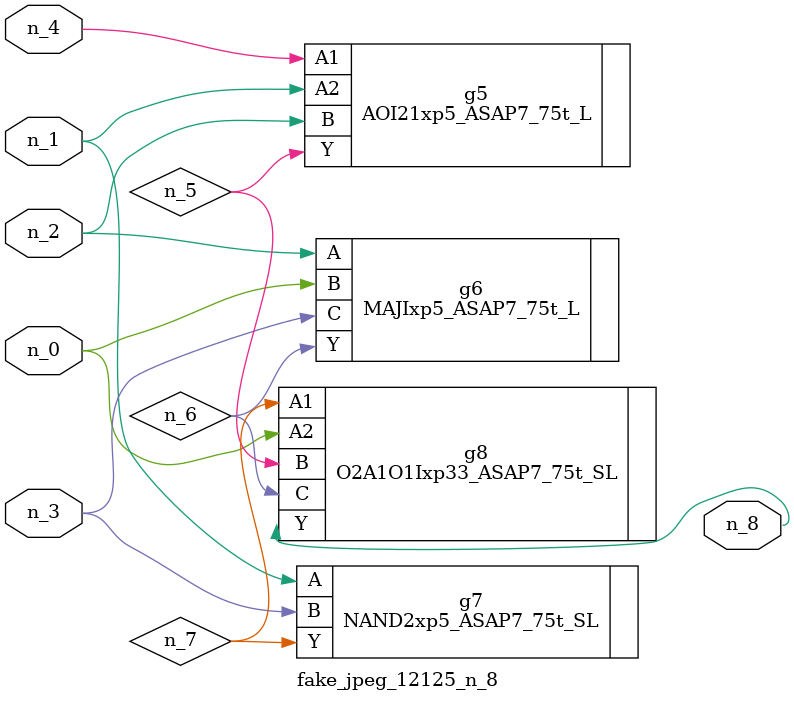
<source format=v>
module fake_jpeg_12125_n_8 (n_3, n_2, n_1, n_0, n_4, n_8);

input n_3;
input n_2;
input n_1;
input n_0;
input n_4;

output n_8;

wire n_6;
wire n_5;
wire n_7;

AOI21xp5_ASAP7_75t_L g5 ( 
.A1(n_4),
.A2(n_1),
.B(n_2),
.Y(n_5)
);

MAJIxp5_ASAP7_75t_L g6 ( 
.A(n_2),
.B(n_0),
.C(n_3),
.Y(n_6)
);

NAND2xp5_ASAP7_75t_SL g7 ( 
.A(n_1),
.B(n_3),
.Y(n_7)
);

O2A1O1Ixp33_ASAP7_75t_SL g8 ( 
.A1(n_7),
.A2(n_0),
.B(n_5),
.C(n_6),
.Y(n_8)
);


endmodule
</source>
